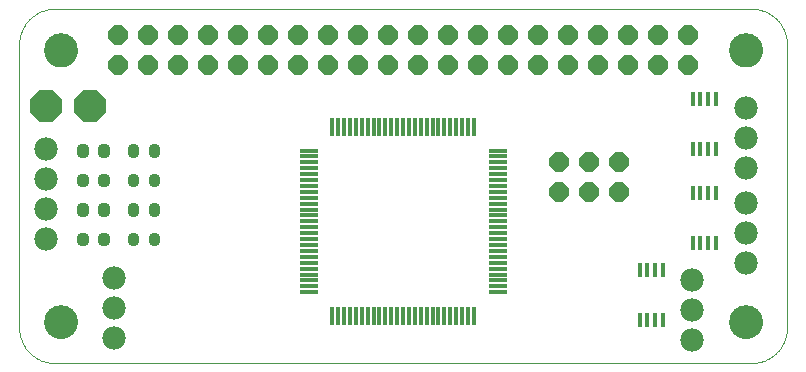
<source format=gbs>
G75*
%MOIN*%
%OFA0B0*%
%FSLAX25Y25*%
%IPPOS*%
%LPD*%
%AMOC8*
5,1,8,0,0,1.08239X$1,22.5*
%
%ADD10C,0.00000*%
%ADD11C,0.11227*%
%ADD12OC8,0.06400*%
%ADD13R,0.06306X0.01581*%
%ADD14R,0.01581X0.06306*%
%ADD15C,0.03150*%
%ADD16OC8,0.10400*%
%ADD17OC8,0.06502*%
%ADD18R,0.01581X0.05124*%
%ADD19C,0.07800*%
D10*
X0014543Y0013041D02*
X0246827Y0013041D01*
X0247112Y0013044D01*
X0247398Y0013055D01*
X0247683Y0013072D01*
X0247967Y0013096D01*
X0248251Y0013127D01*
X0248534Y0013165D01*
X0248815Y0013210D01*
X0249096Y0013261D01*
X0249376Y0013319D01*
X0249654Y0013384D01*
X0249930Y0013456D01*
X0250204Y0013534D01*
X0250477Y0013619D01*
X0250747Y0013711D01*
X0251015Y0013809D01*
X0251281Y0013913D01*
X0251544Y0014024D01*
X0251804Y0014141D01*
X0252062Y0014264D01*
X0252316Y0014394D01*
X0252567Y0014530D01*
X0252815Y0014671D01*
X0253059Y0014819D01*
X0253300Y0014972D01*
X0253536Y0015132D01*
X0253769Y0015297D01*
X0253998Y0015467D01*
X0254223Y0015643D01*
X0254443Y0015825D01*
X0254659Y0016011D01*
X0254870Y0016203D01*
X0255077Y0016400D01*
X0255279Y0016602D01*
X0255476Y0016809D01*
X0255668Y0017020D01*
X0255854Y0017236D01*
X0256036Y0017456D01*
X0256212Y0017681D01*
X0256382Y0017910D01*
X0256547Y0018143D01*
X0256707Y0018379D01*
X0256860Y0018620D01*
X0257008Y0018864D01*
X0257149Y0019112D01*
X0257285Y0019363D01*
X0257415Y0019617D01*
X0257538Y0019875D01*
X0257655Y0020135D01*
X0257766Y0020398D01*
X0257870Y0020664D01*
X0257968Y0020932D01*
X0258060Y0021202D01*
X0258145Y0021475D01*
X0258223Y0021749D01*
X0258295Y0022025D01*
X0258360Y0022303D01*
X0258418Y0022583D01*
X0258469Y0022864D01*
X0258514Y0023145D01*
X0258552Y0023428D01*
X0258583Y0023712D01*
X0258607Y0023996D01*
X0258624Y0024281D01*
X0258635Y0024567D01*
X0258638Y0024852D01*
X0258638Y0119340D01*
X0258635Y0119625D01*
X0258624Y0119911D01*
X0258607Y0120196D01*
X0258583Y0120480D01*
X0258552Y0120764D01*
X0258514Y0121047D01*
X0258469Y0121328D01*
X0258418Y0121609D01*
X0258360Y0121889D01*
X0258295Y0122167D01*
X0258223Y0122443D01*
X0258145Y0122717D01*
X0258060Y0122990D01*
X0257968Y0123260D01*
X0257870Y0123528D01*
X0257766Y0123794D01*
X0257655Y0124057D01*
X0257538Y0124317D01*
X0257415Y0124575D01*
X0257285Y0124829D01*
X0257149Y0125080D01*
X0257008Y0125328D01*
X0256860Y0125572D01*
X0256707Y0125813D01*
X0256547Y0126049D01*
X0256382Y0126282D01*
X0256212Y0126511D01*
X0256036Y0126736D01*
X0255854Y0126956D01*
X0255668Y0127172D01*
X0255476Y0127383D01*
X0255279Y0127590D01*
X0255077Y0127792D01*
X0254870Y0127989D01*
X0254659Y0128181D01*
X0254443Y0128367D01*
X0254223Y0128549D01*
X0253998Y0128725D01*
X0253769Y0128895D01*
X0253536Y0129060D01*
X0253300Y0129220D01*
X0253059Y0129373D01*
X0252815Y0129521D01*
X0252567Y0129662D01*
X0252316Y0129798D01*
X0252062Y0129928D01*
X0251804Y0130051D01*
X0251544Y0130168D01*
X0251281Y0130279D01*
X0251015Y0130383D01*
X0250747Y0130481D01*
X0250477Y0130573D01*
X0250204Y0130658D01*
X0249930Y0130736D01*
X0249654Y0130808D01*
X0249376Y0130873D01*
X0249096Y0130931D01*
X0248815Y0130982D01*
X0248534Y0131027D01*
X0248251Y0131065D01*
X0247967Y0131096D01*
X0247683Y0131120D01*
X0247398Y0131137D01*
X0247112Y0131148D01*
X0246827Y0131151D01*
X0014543Y0131151D01*
X0014258Y0131148D01*
X0013972Y0131137D01*
X0013687Y0131120D01*
X0013403Y0131096D01*
X0013119Y0131065D01*
X0012836Y0131027D01*
X0012555Y0130982D01*
X0012274Y0130931D01*
X0011994Y0130873D01*
X0011716Y0130808D01*
X0011440Y0130736D01*
X0011166Y0130658D01*
X0010893Y0130573D01*
X0010623Y0130481D01*
X0010355Y0130383D01*
X0010089Y0130279D01*
X0009826Y0130168D01*
X0009566Y0130051D01*
X0009308Y0129928D01*
X0009054Y0129798D01*
X0008803Y0129662D01*
X0008555Y0129521D01*
X0008311Y0129373D01*
X0008070Y0129220D01*
X0007834Y0129060D01*
X0007601Y0128895D01*
X0007372Y0128725D01*
X0007147Y0128549D01*
X0006927Y0128367D01*
X0006711Y0128181D01*
X0006500Y0127989D01*
X0006293Y0127792D01*
X0006091Y0127590D01*
X0005894Y0127383D01*
X0005702Y0127172D01*
X0005516Y0126956D01*
X0005334Y0126736D01*
X0005158Y0126511D01*
X0004988Y0126282D01*
X0004823Y0126049D01*
X0004663Y0125813D01*
X0004510Y0125572D01*
X0004362Y0125328D01*
X0004221Y0125080D01*
X0004085Y0124829D01*
X0003955Y0124575D01*
X0003832Y0124317D01*
X0003715Y0124057D01*
X0003604Y0123794D01*
X0003500Y0123528D01*
X0003402Y0123260D01*
X0003310Y0122990D01*
X0003225Y0122717D01*
X0003147Y0122443D01*
X0003075Y0122167D01*
X0003010Y0121889D01*
X0002952Y0121609D01*
X0002901Y0121328D01*
X0002856Y0121047D01*
X0002818Y0120764D01*
X0002787Y0120480D01*
X0002763Y0120196D01*
X0002746Y0119911D01*
X0002735Y0119625D01*
X0002732Y0119340D01*
X0002732Y0024852D01*
X0002735Y0024567D01*
X0002746Y0024281D01*
X0002763Y0023996D01*
X0002787Y0023712D01*
X0002818Y0023428D01*
X0002856Y0023145D01*
X0002901Y0022864D01*
X0002952Y0022583D01*
X0003010Y0022303D01*
X0003075Y0022025D01*
X0003147Y0021749D01*
X0003225Y0021475D01*
X0003310Y0021202D01*
X0003402Y0020932D01*
X0003500Y0020664D01*
X0003604Y0020398D01*
X0003715Y0020135D01*
X0003832Y0019875D01*
X0003955Y0019617D01*
X0004085Y0019363D01*
X0004221Y0019112D01*
X0004362Y0018864D01*
X0004510Y0018620D01*
X0004663Y0018379D01*
X0004823Y0018143D01*
X0004988Y0017910D01*
X0005158Y0017681D01*
X0005334Y0017456D01*
X0005516Y0017236D01*
X0005702Y0017020D01*
X0005894Y0016809D01*
X0006091Y0016602D01*
X0006293Y0016400D01*
X0006500Y0016203D01*
X0006711Y0016011D01*
X0006927Y0015825D01*
X0007147Y0015643D01*
X0007372Y0015467D01*
X0007601Y0015297D01*
X0007834Y0015132D01*
X0008070Y0014972D01*
X0008311Y0014819D01*
X0008555Y0014671D01*
X0008803Y0014530D01*
X0009054Y0014394D01*
X0009308Y0014264D01*
X0009566Y0014141D01*
X0009826Y0014024D01*
X0010089Y0013913D01*
X0010355Y0013809D01*
X0010623Y0013711D01*
X0010893Y0013619D01*
X0011166Y0013534D01*
X0011440Y0013456D01*
X0011716Y0013384D01*
X0011994Y0013319D01*
X0012274Y0013261D01*
X0012555Y0013210D01*
X0012836Y0013165D01*
X0013119Y0013127D01*
X0013403Y0013096D01*
X0013687Y0013072D01*
X0013972Y0013055D01*
X0014258Y0013044D01*
X0014543Y0013041D01*
X0011099Y0026820D02*
X0011101Y0026967D01*
X0011107Y0027113D01*
X0011117Y0027259D01*
X0011131Y0027405D01*
X0011149Y0027551D01*
X0011170Y0027696D01*
X0011196Y0027840D01*
X0011226Y0027984D01*
X0011259Y0028126D01*
X0011296Y0028268D01*
X0011337Y0028409D01*
X0011382Y0028548D01*
X0011431Y0028687D01*
X0011483Y0028824D01*
X0011540Y0028959D01*
X0011599Y0029093D01*
X0011663Y0029225D01*
X0011730Y0029355D01*
X0011800Y0029484D01*
X0011874Y0029611D01*
X0011951Y0029735D01*
X0012032Y0029858D01*
X0012116Y0029978D01*
X0012203Y0030096D01*
X0012293Y0030211D01*
X0012386Y0030324D01*
X0012483Y0030435D01*
X0012582Y0030543D01*
X0012684Y0030648D01*
X0012789Y0030750D01*
X0012897Y0030849D01*
X0013008Y0030946D01*
X0013121Y0031039D01*
X0013236Y0031129D01*
X0013354Y0031216D01*
X0013474Y0031300D01*
X0013597Y0031381D01*
X0013721Y0031458D01*
X0013848Y0031532D01*
X0013977Y0031602D01*
X0014107Y0031669D01*
X0014239Y0031733D01*
X0014373Y0031792D01*
X0014508Y0031849D01*
X0014645Y0031901D01*
X0014784Y0031950D01*
X0014923Y0031995D01*
X0015064Y0032036D01*
X0015206Y0032073D01*
X0015348Y0032106D01*
X0015492Y0032136D01*
X0015636Y0032162D01*
X0015781Y0032183D01*
X0015927Y0032201D01*
X0016073Y0032215D01*
X0016219Y0032225D01*
X0016365Y0032231D01*
X0016512Y0032233D01*
X0016659Y0032231D01*
X0016805Y0032225D01*
X0016951Y0032215D01*
X0017097Y0032201D01*
X0017243Y0032183D01*
X0017388Y0032162D01*
X0017532Y0032136D01*
X0017676Y0032106D01*
X0017818Y0032073D01*
X0017960Y0032036D01*
X0018101Y0031995D01*
X0018240Y0031950D01*
X0018379Y0031901D01*
X0018516Y0031849D01*
X0018651Y0031792D01*
X0018785Y0031733D01*
X0018917Y0031669D01*
X0019047Y0031602D01*
X0019176Y0031532D01*
X0019303Y0031458D01*
X0019427Y0031381D01*
X0019550Y0031300D01*
X0019670Y0031216D01*
X0019788Y0031129D01*
X0019903Y0031039D01*
X0020016Y0030946D01*
X0020127Y0030849D01*
X0020235Y0030750D01*
X0020340Y0030648D01*
X0020442Y0030543D01*
X0020541Y0030435D01*
X0020638Y0030324D01*
X0020731Y0030211D01*
X0020821Y0030096D01*
X0020908Y0029978D01*
X0020992Y0029858D01*
X0021073Y0029735D01*
X0021150Y0029611D01*
X0021224Y0029484D01*
X0021294Y0029355D01*
X0021361Y0029225D01*
X0021425Y0029093D01*
X0021484Y0028959D01*
X0021541Y0028824D01*
X0021593Y0028687D01*
X0021642Y0028548D01*
X0021687Y0028409D01*
X0021728Y0028268D01*
X0021765Y0028126D01*
X0021798Y0027984D01*
X0021828Y0027840D01*
X0021854Y0027696D01*
X0021875Y0027551D01*
X0021893Y0027405D01*
X0021907Y0027259D01*
X0021917Y0027113D01*
X0021923Y0026967D01*
X0021925Y0026820D01*
X0021923Y0026673D01*
X0021917Y0026527D01*
X0021907Y0026381D01*
X0021893Y0026235D01*
X0021875Y0026089D01*
X0021854Y0025944D01*
X0021828Y0025800D01*
X0021798Y0025656D01*
X0021765Y0025514D01*
X0021728Y0025372D01*
X0021687Y0025231D01*
X0021642Y0025092D01*
X0021593Y0024953D01*
X0021541Y0024816D01*
X0021484Y0024681D01*
X0021425Y0024547D01*
X0021361Y0024415D01*
X0021294Y0024285D01*
X0021224Y0024156D01*
X0021150Y0024029D01*
X0021073Y0023905D01*
X0020992Y0023782D01*
X0020908Y0023662D01*
X0020821Y0023544D01*
X0020731Y0023429D01*
X0020638Y0023316D01*
X0020541Y0023205D01*
X0020442Y0023097D01*
X0020340Y0022992D01*
X0020235Y0022890D01*
X0020127Y0022791D01*
X0020016Y0022694D01*
X0019903Y0022601D01*
X0019788Y0022511D01*
X0019670Y0022424D01*
X0019550Y0022340D01*
X0019427Y0022259D01*
X0019303Y0022182D01*
X0019176Y0022108D01*
X0019047Y0022038D01*
X0018917Y0021971D01*
X0018785Y0021907D01*
X0018651Y0021848D01*
X0018516Y0021791D01*
X0018379Y0021739D01*
X0018240Y0021690D01*
X0018101Y0021645D01*
X0017960Y0021604D01*
X0017818Y0021567D01*
X0017676Y0021534D01*
X0017532Y0021504D01*
X0017388Y0021478D01*
X0017243Y0021457D01*
X0017097Y0021439D01*
X0016951Y0021425D01*
X0016805Y0021415D01*
X0016659Y0021409D01*
X0016512Y0021407D01*
X0016365Y0021409D01*
X0016219Y0021415D01*
X0016073Y0021425D01*
X0015927Y0021439D01*
X0015781Y0021457D01*
X0015636Y0021478D01*
X0015492Y0021504D01*
X0015348Y0021534D01*
X0015206Y0021567D01*
X0015064Y0021604D01*
X0014923Y0021645D01*
X0014784Y0021690D01*
X0014645Y0021739D01*
X0014508Y0021791D01*
X0014373Y0021848D01*
X0014239Y0021907D01*
X0014107Y0021971D01*
X0013977Y0022038D01*
X0013848Y0022108D01*
X0013721Y0022182D01*
X0013597Y0022259D01*
X0013474Y0022340D01*
X0013354Y0022424D01*
X0013236Y0022511D01*
X0013121Y0022601D01*
X0013008Y0022694D01*
X0012897Y0022791D01*
X0012789Y0022890D01*
X0012684Y0022992D01*
X0012582Y0023097D01*
X0012483Y0023205D01*
X0012386Y0023316D01*
X0012293Y0023429D01*
X0012203Y0023544D01*
X0012116Y0023662D01*
X0012032Y0023782D01*
X0011951Y0023905D01*
X0011874Y0024029D01*
X0011800Y0024156D01*
X0011730Y0024285D01*
X0011663Y0024415D01*
X0011599Y0024547D01*
X0011540Y0024681D01*
X0011483Y0024816D01*
X0011431Y0024953D01*
X0011382Y0025092D01*
X0011337Y0025231D01*
X0011296Y0025372D01*
X0011259Y0025514D01*
X0011226Y0025656D01*
X0011196Y0025800D01*
X0011170Y0025944D01*
X0011149Y0026089D01*
X0011131Y0026235D01*
X0011117Y0026381D01*
X0011107Y0026527D01*
X0011101Y0026673D01*
X0011099Y0026820D01*
X0011099Y0117371D02*
X0011101Y0117518D01*
X0011107Y0117664D01*
X0011117Y0117810D01*
X0011131Y0117956D01*
X0011149Y0118102D01*
X0011170Y0118247D01*
X0011196Y0118391D01*
X0011226Y0118535D01*
X0011259Y0118677D01*
X0011296Y0118819D01*
X0011337Y0118960D01*
X0011382Y0119099D01*
X0011431Y0119238D01*
X0011483Y0119375D01*
X0011540Y0119510D01*
X0011599Y0119644D01*
X0011663Y0119776D01*
X0011730Y0119906D01*
X0011800Y0120035D01*
X0011874Y0120162D01*
X0011951Y0120286D01*
X0012032Y0120409D01*
X0012116Y0120529D01*
X0012203Y0120647D01*
X0012293Y0120762D01*
X0012386Y0120875D01*
X0012483Y0120986D01*
X0012582Y0121094D01*
X0012684Y0121199D01*
X0012789Y0121301D01*
X0012897Y0121400D01*
X0013008Y0121497D01*
X0013121Y0121590D01*
X0013236Y0121680D01*
X0013354Y0121767D01*
X0013474Y0121851D01*
X0013597Y0121932D01*
X0013721Y0122009D01*
X0013848Y0122083D01*
X0013977Y0122153D01*
X0014107Y0122220D01*
X0014239Y0122284D01*
X0014373Y0122343D01*
X0014508Y0122400D01*
X0014645Y0122452D01*
X0014784Y0122501D01*
X0014923Y0122546D01*
X0015064Y0122587D01*
X0015206Y0122624D01*
X0015348Y0122657D01*
X0015492Y0122687D01*
X0015636Y0122713D01*
X0015781Y0122734D01*
X0015927Y0122752D01*
X0016073Y0122766D01*
X0016219Y0122776D01*
X0016365Y0122782D01*
X0016512Y0122784D01*
X0016659Y0122782D01*
X0016805Y0122776D01*
X0016951Y0122766D01*
X0017097Y0122752D01*
X0017243Y0122734D01*
X0017388Y0122713D01*
X0017532Y0122687D01*
X0017676Y0122657D01*
X0017818Y0122624D01*
X0017960Y0122587D01*
X0018101Y0122546D01*
X0018240Y0122501D01*
X0018379Y0122452D01*
X0018516Y0122400D01*
X0018651Y0122343D01*
X0018785Y0122284D01*
X0018917Y0122220D01*
X0019047Y0122153D01*
X0019176Y0122083D01*
X0019303Y0122009D01*
X0019427Y0121932D01*
X0019550Y0121851D01*
X0019670Y0121767D01*
X0019788Y0121680D01*
X0019903Y0121590D01*
X0020016Y0121497D01*
X0020127Y0121400D01*
X0020235Y0121301D01*
X0020340Y0121199D01*
X0020442Y0121094D01*
X0020541Y0120986D01*
X0020638Y0120875D01*
X0020731Y0120762D01*
X0020821Y0120647D01*
X0020908Y0120529D01*
X0020992Y0120409D01*
X0021073Y0120286D01*
X0021150Y0120162D01*
X0021224Y0120035D01*
X0021294Y0119906D01*
X0021361Y0119776D01*
X0021425Y0119644D01*
X0021484Y0119510D01*
X0021541Y0119375D01*
X0021593Y0119238D01*
X0021642Y0119099D01*
X0021687Y0118960D01*
X0021728Y0118819D01*
X0021765Y0118677D01*
X0021798Y0118535D01*
X0021828Y0118391D01*
X0021854Y0118247D01*
X0021875Y0118102D01*
X0021893Y0117956D01*
X0021907Y0117810D01*
X0021917Y0117664D01*
X0021923Y0117518D01*
X0021925Y0117371D01*
X0021923Y0117224D01*
X0021917Y0117078D01*
X0021907Y0116932D01*
X0021893Y0116786D01*
X0021875Y0116640D01*
X0021854Y0116495D01*
X0021828Y0116351D01*
X0021798Y0116207D01*
X0021765Y0116065D01*
X0021728Y0115923D01*
X0021687Y0115782D01*
X0021642Y0115643D01*
X0021593Y0115504D01*
X0021541Y0115367D01*
X0021484Y0115232D01*
X0021425Y0115098D01*
X0021361Y0114966D01*
X0021294Y0114836D01*
X0021224Y0114707D01*
X0021150Y0114580D01*
X0021073Y0114456D01*
X0020992Y0114333D01*
X0020908Y0114213D01*
X0020821Y0114095D01*
X0020731Y0113980D01*
X0020638Y0113867D01*
X0020541Y0113756D01*
X0020442Y0113648D01*
X0020340Y0113543D01*
X0020235Y0113441D01*
X0020127Y0113342D01*
X0020016Y0113245D01*
X0019903Y0113152D01*
X0019788Y0113062D01*
X0019670Y0112975D01*
X0019550Y0112891D01*
X0019427Y0112810D01*
X0019303Y0112733D01*
X0019176Y0112659D01*
X0019047Y0112589D01*
X0018917Y0112522D01*
X0018785Y0112458D01*
X0018651Y0112399D01*
X0018516Y0112342D01*
X0018379Y0112290D01*
X0018240Y0112241D01*
X0018101Y0112196D01*
X0017960Y0112155D01*
X0017818Y0112118D01*
X0017676Y0112085D01*
X0017532Y0112055D01*
X0017388Y0112029D01*
X0017243Y0112008D01*
X0017097Y0111990D01*
X0016951Y0111976D01*
X0016805Y0111966D01*
X0016659Y0111960D01*
X0016512Y0111958D01*
X0016365Y0111960D01*
X0016219Y0111966D01*
X0016073Y0111976D01*
X0015927Y0111990D01*
X0015781Y0112008D01*
X0015636Y0112029D01*
X0015492Y0112055D01*
X0015348Y0112085D01*
X0015206Y0112118D01*
X0015064Y0112155D01*
X0014923Y0112196D01*
X0014784Y0112241D01*
X0014645Y0112290D01*
X0014508Y0112342D01*
X0014373Y0112399D01*
X0014239Y0112458D01*
X0014107Y0112522D01*
X0013977Y0112589D01*
X0013848Y0112659D01*
X0013721Y0112733D01*
X0013597Y0112810D01*
X0013474Y0112891D01*
X0013354Y0112975D01*
X0013236Y0113062D01*
X0013121Y0113152D01*
X0013008Y0113245D01*
X0012897Y0113342D01*
X0012789Y0113441D01*
X0012684Y0113543D01*
X0012582Y0113648D01*
X0012483Y0113756D01*
X0012386Y0113867D01*
X0012293Y0113980D01*
X0012203Y0114095D01*
X0012116Y0114213D01*
X0012032Y0114333D01*
X0011951Y0114456D01*
X0011874Y0114580D01*
X0011800Y0114707D01*
X0011730Y0114836D01*
X0011663Y0114966D01*
X0011599Y0115098D01*
X0011540Y0115232D01*
X0011483Y0115367D01*
X0011431Y0115504D01*
X0011382Y0115643D01*
X0011337Y0115782D01*
X0011296Y0115923D01*
X0011259Y0116065D01*
X0011226Y0116207D01*
X0011196Y0116351D01*
X0011170Y0116495D01*
X0011149Y0116640D01*
X0011131Y0116786D01*
X0011117Y0116932D01*
X0011107Y0117078D01*
X0011101Y0117224D01*
X0011099Y0117371D01*
X0239445Y0117371D02*
X0239447Y0117518D01*
X0239453Y0117664D01*
X0239463Y0117810D01*
X0239477Y0117956D01*
X0239495Y0118102D01*
X0239516Y0118247D01*
X0239542Y0118391D01*
X0239572Y0118535D01*
X0239605Y0118677D01*
X0239642Y0118819D01*
X0239683Y0118960D01*
X0239728Y0119099D01*
X0239777Y0119238D01*
X0239829Y0119375D01*
X0239886Y0119510D01*
X0239945Y0119644D01*
X0240009Y0119776D01*
X0240076Y0119906D01*
X0240146Y0120035D01*
X0240220Y0120162D01*
X0240297Y0120286D01*
X0240378Y0120409D01*
X0240462Y0120529D01*
X0240549Y0120647D01*
X0240639Y0120762D01*
X0240732Y0120875D01*
X0240829Y0120986D01*
X0240928Y0121094D01*
X0241030Y0121199D01*
X0241135Y0121301D01*
X0241243Y0121400D01*
X0241354Y0121497D01*
X0241467Y0121590D01*
X0241582Y0121680D01*
X0241700Y0121767D01*
X0241820Y0121851D01*
X0241943Y0121932D01*
X0242067Y0122009D01*
X0242194Y0122083D01*
X0242323Y0122153D01*
X0242453Y0122220D01*
X0242585Y0122284D01*
X0242719Y0122343D01*
X0242854Y0122400D01*
X0242991Y0122452D01*
X0243130Y0122501D01*
X0243269Y0122546D01*
X0243410Y0122587D01*
X0243552Y0122624D01*
X0243694Y0122657D01*
X0243838Y0122687D01*
X0243982Y0122713D01*
X0244127Y0122734D01*
X0244273Y0122752D01*
X0244419Y0122766D01*
X0244565Y0122776D01*
X0244711Y0122782D01*
X0244858Y0122784D01*
X0245005Y0122782D01*
X0245151Y0122776D01*
X0245297Y0122766D01*
X0245443Y0122752D01*
X0245589Y0122734D01*
X0245734Y0122713D01*
X0245878Y0122687D01*
X0246022Y0122657D01*
X0246164Y0122624D01*
X0246306Y0122587D01*
X0246447Y0122546D01*
X0246586Y0122501D01*
X0246725Y0122452D01*
X0246862Y0122400D01*
X0246997Y0122343D01*
X0247131Y0122284D01*
X0247263Y0122220D01*
X0247393Y0122153D01*
X0247522Y0122083D01*
X0247649Y0122009D01*
X0247773Y0121932D01*
X0247896Y0121851D01*
X0248016Y0121767D01*
X0248134Y0121680D01*
X0248249Y0121590D01*
X0248362Y0121497D01*
X0248473Y0121400D01*
X0248581Y0121301D01*
X0248686Y0121199D01*
X0248788Y0121094D01*
X0248887Y0120986D01*
X0248984Y0120875D01*
X0249077Y0120762D01*
X0249167Y0120647D01*
X0249254Y0120529D01*
X0249338Y0120409D01*
X0249419Y0120286D01*
X0249496Y0120162D01*
X0249570Y0120035D01*
X0249640Y0119906D01*
X0249707Y0119776D01*
X0249771Y0119644D01*
X0249830Y0119510D01*
X0249887Y0119375D01*
X0249939Y0119238D01*
X0249988Y0119099D01*
X0250033Y0118960D01*
X0250074Y0118819D01*
X0250111Y0118677D01*
X0250144Y0118535D01*
X0250174Y0118391D01*
X0250200Y0118247D01*
X0250221Y0118102D01*
X0250239Y0117956D01*
X0250253Y0117810D01*
X0250263Y0117664D01*
X0250269Y0117518D01*
X0250271Y0117371D01*
X0250269Y0117224D01*
X0250263Y0117078D01*
X0250253Y0116932D01*
X0250239Y0116786D01*
X0250221Y0116640D01*
X0250200Y0116495D01*
X0250174Y0116351D01*
X0250144Y0116207D01*
X0250111Y0116065D01*
X0250074Y0115923D01*
X0250033Y0115782D01*
X0249988Y0115643D01*
X0249939Y0115504D01*
X0249887Y0115367D01*
X0249830Y0115232D01*
X0249771Y0115098D01*
X0249707Y0114966D01*
X0249640Y0114836D01*
X0249570Y0114707D01*
X0249496Y0114580D01*
X0249419Y0114456D01*
X0249338Y0114333D01*
X0249254Y0114213D01*
X0249167Y0114095D01*
X0249077Y0113980D01*
X0248984Y0113867D01*
X0248887Y0113756D01*
X0248788Y0113648D01*
X0248686Y0113543D01*
X0248581Y0113441D01*
X0248473Y0113342D01*
X0248362Y0113245D01*
X0248249Y0113152D01*
X0248134Y0113062D01*
X0248016Y0112975D01*
X0247896Y0112891D01*
X0247773Y0112810D01*
X0247649Y0112733D01*
X0247522Y0112659D01*
X0247393Y0112589D01*
X0247263Y0112522D01*
X0247131Y0112458D01*
X0246997Y0112399D01*
X0246862Y0112342D01*
X0246725Y0112290D01*
X0246586Y0112241D01*
X0246447Y0112196D01*
X0246306Y0112155D01*
X0246164Y0112118D01*
X0246022Y0112085D01*
X0245878Y0112055D01*
X0245734Y0112029D01*
X0245589Y0112008D01*
X0245443Y0111990D01*
X0245297Y0111976D01*
X0245151Y0111966D01*
X0245005Y0111960D01*
X0244858Y0111958D01*
X0244711Y0111960D01*
X0244565Y0111966D01*
X0244419Y0111976D01*
X0244273Y0111990D01*
X0244127Y0112008D01*
X0243982Y0112029D01*
X0243838Y0112055D01*
X0243694Y0112085D01*
X0243552Y0112118D01*
X0243410Y0112155D01*
X0243269Y0112196D01*
X0243130Y0112241D01*
X0242991Y0112290D01*
X0242854Y0112342D01*
X0242719Y0112399D01*
X0242585Y0112458D01*
X0242453Y0112522D01*
X0242323Y0112589D01*
X0242194Y0112659D01*
X0242067Y0112733D01*
X0241943Y0112810D01*
X0241820Y0112891D01*
X0241700Y0112975D01*
X0241582Y0113062D01*
X0241467Y0113152D01*
X0241354Y0113245D01*
X0241243Y0113342D01*
X0241135Y0113441D01*
X0241030Y0113543D01*
X0240928Y0113648D01*
X0240829Y0113756D01*
X0240732Y0113867D01*
X0240639Y0113980D01*
X0240549Y0114095D01*
X0240462Y0114213D01*
X0240378Y0114333D01*
X0240297Y0114456D01*
X0240220Y0114580D01*
X0240146Y0114707D01*
X0240076Y0114836D01*
X0240009Y0114966D01*
X0239945Y0115098D01*
X0239886Y0115232D01*
X0239829Y0115367D01*
X0239777Y0115504D01*
X0239728Y0115643D01*
X0239683Y0115782D01*
X0239642Y0115923D01*
X0239605Y0116065D01*
X0239572Y0116207D01*
X0239542Y0116351D01*
X0239516Y0116495D01*
X0239495Y0116640D01*
X0239477Y0116786D01*
X0239463Y0116932D01*
X0239453Y0117078D01*
X0239447Y0117224D01*
X0239445Y0117371D01*
X0239445Y0026820D02*
X0239447Y0026967D01*
X0239453Y0027113D01*
X0239463Y0027259D01*
X0239477Y0027405D01*
X0239495Y0027551D01*
X0239516Y0027696D01*
X0239542Y0027840D01*
X0239572Y0027984D01*
X0239605Y0028126D01*
X0239642Y0028268D01*
X0239683Y0028409D01*
X0239728Y0028548D01*
X0239777Y0028687D01*
X0239829Y0028824D01*
X0239886Y0028959D01*
X0239945Y0029093D01*
X0240009Y0029225D01*
X0240076Y0029355D01*
X0240146Y0029484D01*
X0240220Y0029611D01*
X0240297Y0029735D01*
X0240378Y0029858D01*
X0240462Y0029978D01*
X0240549Y0030096D01*
X0240639Y0030211D01*
X0240732Y0030324D01*
X0240829Y0030435D01*
X0240928Y0030543D01*
X0241030Y0030648D01*
X0241135Y0030750D01*
X0241243Y0030849D01*
X0241354Y0030946D01*
X0241467Y0031039D01*
X0241582Y0031129D01*
X0241700Y0031216D01*
X0241820Y0031300D01*
X0241943Y0031381D01*
X0242067Y0031458D01*
X0242194Y0031532D01*
X0242323Y0031602D01*
X0242453Y0031669D01*
X0242585Y0031733D01*
X0242719Y0031792D01*
X0242854Y0031849D01*
X0242991Y0031901D01*
X0243130Y0031950D01*
X0243269Y0031995D01*
X0243410Y0032036D01*
X0243552Y0032073D01*
X0243694Y0032106D01*
X0243838Y0032136D01*
X0243982Y0032162D01*
X0244127Y0032183D01*
X0244273Y0032201D01*
X0244419Y0032215D01*
X0244565Y0032225D01*
X0244711Y0032231D01*
X0244858Y0032233D01*
X0245005Y0032231D01*
X0245151Y0032225D01*
X0245297Y0032215D01*
X0245443Y0032201D01*
X0245589Y0032183D01*
X0245734Y0032162D01*
X0245878Y0032136D01*
X0246022Y0032106D01*
X0246164Y0032073D01*
X0246306Y0032036D01*
X0246447Y0031995D01*
X0246586Y0031950D01*
X0246725Y0031901D01*
X0246862Y0031849D01*
X0246997Y0031792D01*
X0247131Y0031733D01*
X0247263Y0031669D01*
X0247393Y0031602D01*
X0247522Y0031532D01*
X0247649Y0031458D01*
X0247773Y0031381D01*
X0247896Y0031300D01*
X0248016Y0031216D01*
X0248134Y0031129D01*
X0248249Y0031039D01*
X0248362Y0030946D01*
X0248473Y0030849D01*
X0248581Y0030750D01*
X0248686Y0030648D01*
X0248788Y0030543D01*
X0248887Y0030435D01*
X0248984Y0030324D01*
X0249077Y0030211D01*
X0249167Y0030096D01*
X0249254Y0029978D01*
X0249338Y0029858D01*
X0249419Y0029735D01*
X0249496Y0029611D01*
X0249570Y0029484D01*
X0249640Y0029355D01*
X0249707Y0029225D01*
X0249771Y0029093D01*
X0249830Y0028959D01*
X0249887Y0028824D01*
X0249939Y0028687D01*
X0249988Y0028548D01*
X0250033Y0028409D01*
X0250074Y0028268D01*
X0250111Y0028126D01*
X0250144Y0027984D01*
X0250174Y0027840D01*
X0250200Y0027696D01*
X0250221Y0027551D01*
X0250239Y0027405D01*
X0250253Y0027259D01*
X0250263Y0027113D01*
X0250269Y0026967D01*
X0250271Y0026820D01*
X0250269Y0026673D01*
X0250263Y0026527D01*
X0250253Y0026381D01*
X0250239Y0026235D01*
X0250221Y0026089D01*
X0250200Y0025944D01*
X0250174Y0025800D01*
X0250144Y0025656D01*
X0250111Y0025514D01*
X0250074Y0025372D01*
X0250033Y0025231D01*
X0249988Y0025092D01*
X0249939Y0024953D01*
X0249887Y0024816D01*
X0249830Y0024681D01*
X0249771Y0024547D01*
X0249707Y0024415D01*
X0249640Y0024285D01*
X0249570Y0024156D01*
X0249496Y0024029D01*
X0249419Y0023905D01*
X0249338Y0023782D01*
X0249254Y0023662D01*
X0249167Y0023544D01*
X0249077Y0023429D01*
X0248984Y0023316D01*
X0248887Y0023205D01*
X0248788Y0023097D01*
X0248686Y0022992D01*
X0248581Y0022890D01*
X0248473Y0022791D01*
X0248362Y0022694D01*
X0248249Y0022601D01*
X0248134Y0022511D01*
X0248016Y0022424D01*
X0247896Y0022340D01*
X0247773Y0022259D01*
X0247649Y0022182D01*
X0247522Y0022108D01*
X0247393Y0022038D01*
X0247263Y0021971D01*
X0247131Y0021907D01*
X0246997Y0021848D01*
X0246862Y0021791D01*
X0246725Y0021739D01*
X0246586Y0021690D01*
X0246447Y0021645D01*
X0246306Y0021604D01*
X0246164Y0021567D01*
X0246022Y0021534D01*
X0245878Y0021504D01*
X0245734Y0021478D01*
X0245589Y0021457D01*
X0245443Y0021439D01*
X0245297Y0021425D01*
X0245151Y0021415D01*
X0245005Y0021409D01*
X0244858Y0021407D01*
X0244711Y0021409D01*
X0244565Y0021415D01*
X0244419Y0021425D01*
X0244273Y0021439D01*
X0244127Y0021457D01*
X0243982Y0021478D01*
X0243838Y0021504D01*
X0243694Y0021534D01*
X0243552Y0021567D01*
X0243410Y0021604D01*
X0243269Y0021645D01*
X0243130Y0021690D01*
X0242991Y0021739D01*
X0242854Y0021791D01*
X0242719Y0021848D01*
X0242585Y0021907D01*
X0242453Y0021971D01*
X0242323Y0022038D01*
X0242194Y0022108D01*
X0242067Y0022182D01*
X0241943Y0022259D01*
X0241820Y0022340D01*
X0241700Y0022424D01*
X0241582Y0022511D01*
X0241467Y0022601D01*
X0241354Y0022694D01*
X0241243Y0022791D01*
X0241135Y0022890D01*
X0241030Y0022992D01*
X0240928Y0023097D01*
X0240829Y0023205D01*
X0240732Y0023316D01*
X0240639Y0023429D01*
X0240549Y0023544D01*
X0240462Y0023662D01*
X0240378Y0023782D01*
X0240297Y0023905D01*
X0240220Y0024029D01*
X0240146Y0024156D01*
X0240076Y0024285D01*
X0240009Y0024415D01*
X0239945Y0024547D01*
X0239886Y0024681D01*
X0239829Y0024816D01*
X0239777Y0024953D01*
X0239728Y0025092D01*
X0239683Y0025231D01*
X0239642Y0025372D01*
X0239605Y0025514D01*
X0239572Y0025656D01*
X0239542Y0025800D01*
X0239516Y0025944D01*
X0239495Y0026089D01*
X0239477Y0026235D01*
X0239463Y0026381D01*
X0239453Y0026527D01*
X0239447Y0026673D01*
X0239445Y0026820D01*
D11*
X0244858Y0026820D03*
X0244858Y0117371D03*
X0016512Y0117371D03*
X0016512Y0026820D03*
D12*
X0035685Y0112371D03*
X0045685Y0112371D03*
X0055685Y0112371D03*
X0065685Y0112371D03*
X0075685Y0112371D03*
X0085685Y0112371D03*
X0095685Y0112371D03*
X0105685Y0112371D03*
X0115685Y0112371D03*
X0125685Y0112371D03*
X0135685Y0112371D03*
X0145685Y0112371D03*
X0155685Y0112371D03*
X0165685Y0112371D03*
X0175685Y0112371D03*
X0185685Y0112371D03*
X0195685Y0112371D03*
X0205685Y0112371D03*
X0215685Y0112371D03*
X0225685Y0112371D03*
X0225685Y0122371D03*
X0215685Y0122371D03*
X0205685Y0122371D03*
X0195685Y0122371D03*
X0185685Y0122371D03*
X0175685Y0122371D03*
X0165685Y0122371D03*
X0155685Y0122371D03*
X0145685Y0122371D03*
X0135685Y0122371D03*
X0125685Y0122371D03*
X0115685Y0122371D03*
X0105685Y0122371D03*
X0095685Y0122371D03*
X0085685Y0122371D03*
X0075685Y0122371D03*
X0065685Y0122371D03*
X0055685Y0122371D03*
X0045685Y0122371D03*
X0035685Y0122371D03*
D13*
X0099189Y0083907D03*
X0099189Y0081938D03*
X0099189Y0079970D03*
X0099189Y0078001D03*
X0099189Y0076033D03*
X0099189Y0074064D03*
X0099189Y0072096D03*
X0099189Y0070127D03*
X0099189Y0068159D03*
X0099189Y0066190D03*
X0099189Y0064222D03*
X0099189Y0062253D03*
X0099189Y0060285D03*
X0099189Y0058316D03*
X0099189Y0056348D03*
X0099189Y0054379D03*
X0099189Y0052411D03*
X0099189Y0050442D03*
X0099189Y0048474D03*
X0099189Y0046505D03*
X0099189Y0044537D03*
X0099189Y0042568D03*
X0099189Y0040600D03*
X0099189Y0038631D03*
X0099189Y0036663D03*
X0162181Y0036663D03*
X0162181Y0038631D03*
X0162181Y0040600D03*
X0162181Y0042568D03*
X0162181Y0044537D03*
X0162181Y0046505D03*
X0162181Y0048474D03*
X0162181Y0050442D03*
X0162181Y0052411D03*
X0162181Y0054379D03*
X0162181Y0056348D03*
X0162181Y0058316D03*
X0162181Y0060285D03*
X0162181Y0062253D03*
X0162181Y0064222D03*
X0162181Y0066190D03*
X0162181Y0068159D03*
X0162181Y0070127D03*
X0162181Y0072096D03*
X0162181Y0074064D03*
X0162181Y0076033D03*
X0162181Y0078001D03*
X0162181Y0079970D03*
X0162181Y0081938D03*
X0162181Y0083907D03*
D14*
X0154307Y0091781D03*
X0152339Y0091781D03*
X0150370Y0091781D03*
X0148402Y0091781D03*
X0146433Y0091781D03*
X0144465Y0091781D03*
X0142496Y0091781D03*
X0140528Y0091781D03*
X0138559Y0091781D03*
X0136591Y0091781D03*
X0134622Y0091781D03*
X0132654Y0091781D03*
X0130685Y0091781D03*
X0128717Y0091781D03*
X0126748Y0091781D03*
X0124780Y0091781D03*
X0122811Y0091781D03*
X0120843Y0091781D03*
X0118874Y0091781D03*
X0116906Y0091781D03*
X0114937Y0091781D03*
X0112969Y0091781D03*
X0111000Y0091781D03*
X0109031Y0091781D03*
X0107063Y0091781D03*
X0107063Y0028789D03*
X0109031Y0028789D03*
X0111000Y0028789D03*
X0112969Y0028789D03*
X0114937Y0028789D03*
X0116906Y0028789D03*
X0118874Y0028789D03*
X0120843Y0028789D03*
X0122811Y0028789D03*
X0124780Y0028789D03*
X0126748Y0028789D03*
X0128717Y0028789D03*
X0130685Y0028789D03*
X0132654Y0028789D03*
X0134622Y0028789D03*
X0136591Y0028789D03*
X0138559Y0028789D03*
X0140528Y0028789D03*
X0142496Y0028789D03*
X0144465Y0028789D03*
X0146433Y0028789D03*
X0148402Y0028789D03*
X0150370Y0028789D03*
X0152339Y0028789D03*
X0154307Y0028789D03*
D15*
X0047178Y0053589D02*
X0047178Y0055169D01*
X0047964Y0055169D01*
X0047964Y0053589D01*
X0047178Y0053589D01*
X0040178Y0053589D02*
X0040178Y0055169D01*
X0040964Y0055169D01*
X0040964Y0053589D01*
X0040178Y0053589D01*
X0031232Y0053589D02*
X0031232Y0055169D01*
X0031232Y0053589D02*
X0030446Y0053589D01*
X0030446Y0055169D01*
X0031232Y0055169D01*
X0024232Y0055169D02*
X0024232Y0053589D01*
X0023446Y0053589D01*
X0023446Y0055169D01*
X0024232Y0055169D01*
X0023446Y0063432D02*
X0023446Y0065012D01*
X0024232Y0065012D01*
X0024232Y0063432D01*
X0023446Y0063432D01*
X0030446Y0063432D02*
X0030446Y0065012D01*
X0031232Y0065012D01*
X0031232Y0063432D01*
X0030446Y0063432D01*
X0040178Y0063432D02*
X0040178Y0065012D01*
X0040964Y0065012D01*
X0040964Y0063432D01*
X0040178Y0063432D01*
X0047178Y0063432D02*
X0047178Y0065012D01*
X0047964Y0065012D01*
X0047964Y0063432D01*
X0047178Y0063432D01*
X0047178Y0073274D02*
X0047178Y0074854D01*
X0047964Y0074854D01*
X0047964Y0073274D01*
X0047178Y0073274D01*
X0040178Y0073274D02*
X0040178Y0074854D01*
X0040964Y0074854D01*
X0040964Y0073274D01*
X0040178Y0073274D01*
X0031232Y0073274D02*
X0031232Y0074854D01*
X0031232Y0073274D02*
X0030446Y0073274D01*
X0030446Y0074854D01*
X0031232Y0074854D01*
X0024232Y0074854D02*
X0024232Y0073274D01*
X0023446Y0073274D01*
X0023446Y0074854D01*
X0024232Y0074854D01*
X0024232Y0083117D02*
X0024232Y0084697D01*
X0024232Y0083117D02*
X0023446Y0083117D01*
X0023446Y0084697D01*
X0024232Y0084697D01*
X0031232Y0084697D02*
X0031232Y0083117D01*
X0030446Y0083117D01*
X0030446Y0084697D01*
X0031232Y0084697D01*
X0040178Y0084697D02*
X0040178Y0083117D01*
X0040178Y0084697D02*
X0040964Y0084697D01*
X0040964Y0083117D01*
X0040178Y0083117D01*
X0047178Y0083117D02*
X0047178Y0084697D01*
X0047964Y0084697D01*
X0047964Y0083117D01*
X0047178Y0083117D01*
D16*
X0026354Y0098670D03*
X0011591Y0098670D03*
D17*
X0182693Y0080048D03*
X0192693Y0080048D03*
X0202693Y0080048D03*
X0202693Y0070048D03*
X0192693Y0070048D03*
X0182693Y0070048D03*
D18*
X0227236Y0069588D03*
X0229795Y0069588D03*
X0232354Y0069588D03*
X0234913Y0069588D03*
X0234913Y0084450D03*
X0232354Y0084450D03*
X0229795Y0084450D03*
X0227236Y0084450D03*
X0227236Y0101084D03*
X0229795Y0101084D03*
X0232354Y0101084D03*
X0234913Y0101084D03*
X0234913Y0052954D03*
X0232354Y0052954D03*
X0229795Y0052954D03*
X0227236Y0052954D03*
X0217197Y0043997D03*
X0214638Y0043997D03*
X0212079Y0043997D03*
X0209520Y0043997D03*
X0209520Y0027363D03*
X0212079Y0027363D03*
X0214638Y0027363D03*
X0217197Y0027363D03*
D19*
X0227142Y0030915D03*
X0227142Y0040915D03*
X0244858Y0046505D03*
X0244858Y0056505D03*
X0244858Y0066505D03*
X0244858Y0078001D03*
X0244858Y0088001D03*
X0244858Y0098001D03*
X0227142Y0020915D03*
X0034228Y0021584D03*
X0034228Y0031584D03*
X0034228Y0041584D03*
X0011582Y0054352D03*
X0011582Y0064352D03*
X0011582Y0074352D03*
X0011582Y0084352D03*
M02*

</source>
